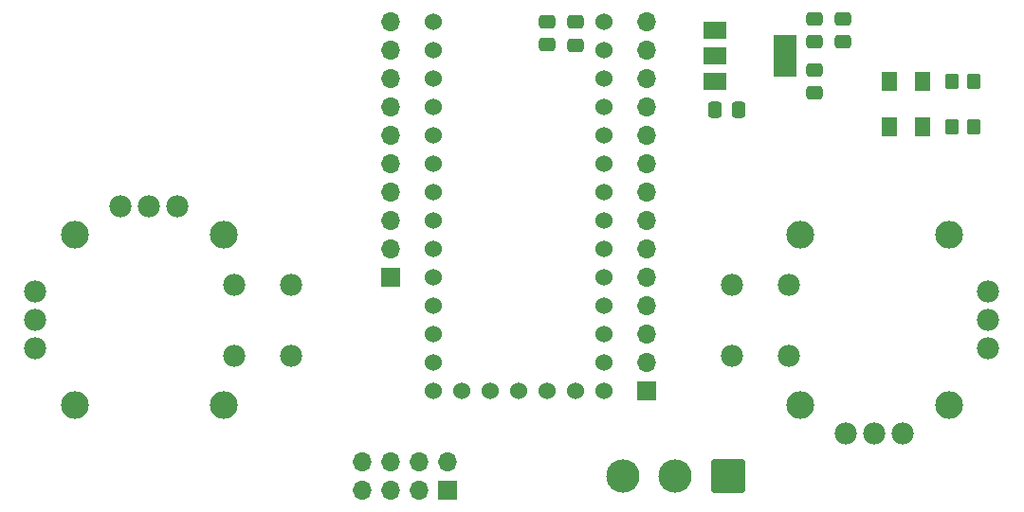
<source format=gbr>
%TF.GenerationSoftware,KiCad,Pcbnew,(6.0.2)*%
%TF.CreationDate,2024-05-20T16:03:31-05:00*%
%TF.ProjectId,Motorized-Commutator-Tx-PCB,4d6f746f-7269-47a6-9564-2d436f6d6d75,rev?*%
%TF.SameCoordinates,Original*%
%TF.FileFunction,Soldermask,Top*%
%TF.FilePolarity,Negative*%
%FSLAX46Y46*%
G04 Gerber Fmt 4.6, Leading zero omitted, Abs format (unit mm)*
G04 Created by KiCad (PCBNEW (6.0.2)) date 2024-05-20 16:03:31*
%MOMM*%
%LPD*%
G01*
G04 APERTURE LIST*
G04 Aperture macros list*
%AMRoundRect*
0 Rectangle with rounded corners*
0 $1 Rounding radius*
0 $2 $3 $4 $5 $6 $7 $8 $9 X,Y pos of 4 corners*
0 Add a 4 corners polygon primitive as box body*
4,1,4,$2,$3,$4,$5,$6,$7,$8,$9,$2,$3,0*
0 Add four circle primitives for the rounded corners*
1,1,$1+$1,$2,$3*
1,1,$1+$1,$4,$5*
1,1,$1+$1,$6,$7*
1,1,$1+$1,$8,$9*
0 Add four rect primitives between the rounded corners*
20,1,$1+$1,$2,$3,$4,$5,0*
20,1,$1+$1,$4,$5,$6,$7,0*
20,1,$1+$1,$6,$7,$8,$9,0*
20,1,$1+$1,$8,$9,$2,$3,0*%
G04 Aperture macros list end*
%ADD10R,1.700000X1.700000*%
%ADD11O,1.700000X1.700000*%
%ADD12C,1.982000*%
%ADD13C,2.490000*%
%ADD14RoundRect,0.102000X-1.387500X1.387500X-1.387500X-1.387500X1.387500X-1.387500X1.387500X1.387500X0*%
%ADD15C,2.979000*%
%ADD16RoundRect,0.250001X0.462499X0.624999X-0.462499X0.624999X-0.462499X-0.624999X0.462499X-0.624999X0*%
%ADD17R,2.000000X1.500000*%
%ADD18R,2.000000X3.800000*%
%ADD19RoundRect,0.250000X-0.337500X-0.475000X0.337500X-0.475000X0.337500X0.475000X-0.337500X0.475000X0*%
%ADD20RoundRect,0.250000X0.475000X-0.337500X0.475000X0.337500X-0.475000X0.337500X-0.475000X-0.337500X0*%
%ADD21RoundRect,0.250000X-0.475000X0.337500X-0.475000X-0.337500X0.475000X-0.337500X0.475000X0.337500X0*%
%ADD22C,1.530000*%
%ADD23RoundRect,0.250000X-0.350000X-0.450000X0.350000X-0.450000X0.350000X0.450000X-0.350000X0.450000X0*%
G04 APERTURE END LIST*
D10*
%TO.C,J3*%
X138405000Y-138420000D03*
D11*
X138405000Y-135880000D03*
X138405000Y-133340000D03*
X138405000Y-130800000D03*
X138405000Y-128260000D03*
X138405000Y-125720000D03*
X138405000Y-123180000D03*
X138405000Y-120640000D03*
X138405000Y-118100000D03*
X138405000Y-115560000D03*
X138405000Y-113020000D03*
X138405000Y-110480000D03*
X138405000Y-107940000D03*
X138405000Y-105400000D03*
%TD*%
D12*
%TO.C,U1*%
X106680000Y-128905000D03*
X106680000Y-135255000D03*
X101600000Y-128905000D03*
X101600000Y-135255000D03*
X83820000Y-129540000D03*
X83820000Y-132080000D03*
X83820000Y-134620000D03*
D13*
X100647500Y-124460000D03*
X87312500Y-124460000D03*
X87312500Y-139700000D03*
X100647500Y-139700000D03*
D12*
X96520000Y-121920000D03*
X93980000Y-121920000D03*
X91440000Y-121920000D03*
%TD*%
D14*
%TO.C,S1*%
X145670000Y-146050000D03*
D15*
X140970000Y-146050000D03*
X136270000Y-146050000D03*
%TD*%
D16*
%TO.C,D1*%
X163031500Y-110744000D03*
X160056500Y-110744000D03*
%TD*%
D17*
%TO.C,U3*%
X144460000Y-106150000D03*
X144460000Y-108450000D03*
D18*
X150760000Y-108450000D03*
D17*
X144460000Y-110750000D03*
%TD*%
D19*
%TO.C,C2*%
X144504500Y-113284000D03*
X146579500Y-113284000D03*
%TD*%
D10*
%TO.C,J1*%
X120650000Y-147320000D03*
D11*
X120650000Y-144780000D03*
X118110000Y-147320000D03*
X118110000Y-144780000D03*
X115570000Y-147320000D03*
X115570000Y-144780000D03*
X113030000Y-147320000D03*
X113030000Y-144780000D03*
%TD*%
D20*
%TO.C,C6*%
X153416000Y-107209500D03*
X153416000Y-105134500D03*
%TD*%
D21*
%TO.C,C4*%
X153416000Y-109706500D03*
X153416000Y-111781500D03*
%TD*%
D16*
%TO.C,D2*%
X163031500Y-114808000D03*
X160056500Y-114808000D03*
%TD*%
D21*
%TO.C,C1*%
X129540000Y-105388500D03*
X129540000Y-107463500D03*
%TD*%
D10*
%TO.C,J2*%
X115545000Y-128240000D03*
D11*
X115545000Y-125700000D03*
X115545000Y-123160000D03*
X115545000Y-120620000D03*
X115545000Y-118080000D03*
X115545000Y-115540000D03*
X115545000Y-113000000D03*
X115545000Y-110460000D03*
X115545000Y-107920000D03*
X115545000Y-105380000D03*
%TD*%
D22*
%TO.C,U2*%
X119380000Y-107950000D03*
X119380000Y-110490000D03*
X119380000Y-113030000D03*
X119380000Y-115570000D03*
X124460000Y-138430000D03*
X134620000Y-110490000D03*
X119380000Y-118110000D03*
X119380000Y-120650000D03*
X119380000Y-123190000D03*
X119380000Y-125730000D03*
X119380000Y-128270000D03*
X119380000Y-130810000D03*
X119380000Y-133350000D03*
X119380000Y-135890000D03*
X119380000Y-138430000D03*
X134620000Y-138430000D03*
X134620000Y-135890000D03*
X134620000Y-133350000D03*
X134620000Y-130810000D03*
X134620000Y-128270000D03*
X134620000Y-125730000D03*
X134620000Y-123190000D03*
X134620000Y-120650000D03*
X134620000Y-118110000D03*
X134620000Y-115570000D03*
X134620000Y-113030000D03*
X119380000Y-105410000D03*
X127000000Y-138430000D03*
X134620000Y-107950000D03*
X132080000Y-138430000D03*
X129540000Y-138430000D03*
X121920000Y-138430000D03*
X134620000Y-105410000D03*
%TD*%
D20*
%TO.C,C3*%
X155956000Y-107209500D03*
X155956000Y-105134500D03*
%TD*%
D12*
%TO.C,U4*%
X146050000Y-135255000D03*
X146050000Y-128905000D03*
X151130000Y-135255000D03*
X151130000Y-128905000D03*
X168910000Y-134620000D03*
X168910000Y-132080000D03*
X168910000Y-129540000D03*
D13*
X152082500Y-139700000D03*
X165417500Y-139700000D03*
X165417500Y-124460000D03*
X152082500Y-124460000D03*
D12*
X156210000Y-142240000D03*
X158750000Y-142240000D03*
X161290000Y-142240000D03*
%TD*%
D23*
%TO.C,R2*%
X165624000Y-114808000D03*
X167624000Y-114808000D03*
%TD*%
%TO.C,R1*%
X165624000Y-110744000D03*
X167624000Y-110744000D03*
%TD*%
D21*
%TO.C,C5*%
X132080000Y-105410000D03*
X132080000Y-107485000D03*
%TD*%
M02*

</source>
